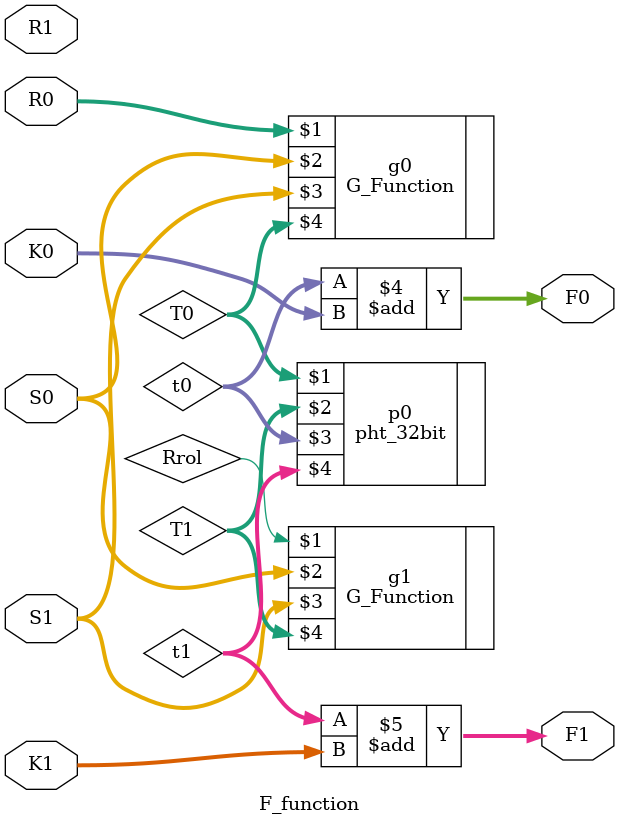
<source format=v>
`timescale 1ns / 1ps
module F_function(R0,R1,K0,K1,S0,S1,F0,F1);
    input [31:0] R0,R1,K0,K1,S0,S1;
    output [31:0] F0,F1;
    wire [31:0] rol,T0,T1,t0,t1;
    assign rol = (R1 << 8) | (R1 >> (32 - 8));
    G_Function g0(R0,S0,S1,T0);
    G_Function g1(Rrol,S0,S1,T1);
    pht_32bit p0(T0,T1,t0,t1);
    assign F0=t0+K0;
    assign F1=t1+K1;
endmodule
</source>
